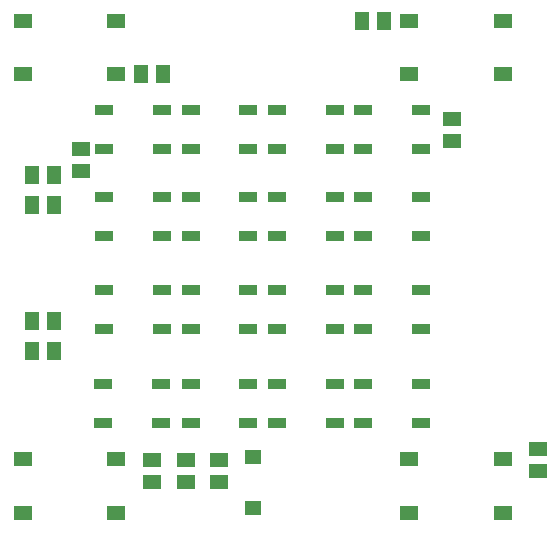
<source format=gbr>
G04 EAGLE Gerber RS-274X export*
G75*
%MOMM*%
%FSLAX34Y34*%
%LPD*%
%INSolderpaste Top*%
%IPPOS*%
%AMOC8*
5,1,8,0,0,1.08239X$1,22.5*%
G01*
%ADD10R,1.550000X1.300000*%
%ADD11R,1.300000X1.500000*%
%ADD12R,1.500000X1.300000*%
%ADD13R,1.470000X1.270000*%
%ADD14R,1.500000X0.900000*%


D10*
X26925Y-44725D03*
X106425Y-44725D03*
X26925Y275D03*
X106425Y275D03*
D11*
X34950Y-130175D03*
X53950Y-130175D03*
X127025Y-44450D03*
X146025Y-44450D03*
D12*
X390525Y-82575D03*
X390525Y-101575D03*
D11*
X34950Y-155575D03*
X53950Y-155575D03*
X34950Y-254000D03*
X53950Y-254000D03*
X34950Y-279400D03*
X53950Y-279400D03*
D10*
X433450Y275D03*
X353950Y275D03*
X433450Y-44725D03*
X353950Y-44725D03*
D11*
X333350Y0D03*
X314350Y0D03*
D10*
X353950Y-416200D03*
X433450Y-416200D03*
X353950Y-371200D03*
X433450Y-371200D03*
D12*
X463550Y-380975D03*
X463550Y-361975D03*
D10*
X26925Y-416200D03*
X106425Y-416200D03*
X26925Y-371200D03*
X106425Y-371200D03*
D12*
X136525Y-390500D03*
X136525Y-371500D03*
X193675Y-371500D03*
X193675Y-390500D03*
X165100Y-390500D03*
X165100Y-371500D03*
D13*
X222250Y-369025D03*
X222250Y-412025D03*
D12*
X76200Y-107975D03*
X76200Y-126975D03*
D14*
X145150Y-108575D03*
X145150Y-75575D03*
X96150Y-75575D03*
X96150Y-108575D03*
X218175Y-108575D03*
X218175Y-75575D03*
X169175Y-75575D03*
X169175Y-108575D03*
X291200Y-108575D03*
X291200Y-75575D03*
X242200Y-75575D03*
X242200Y-108575D03*
X364225Y-108575D03*
X364225Y-75575D03*
X315225Y-75575D03*
X315225Y-108575D03*
X315225Y-148600D03*
X315225Y-181600D03*
X364225Y-181600D03*
X364225Y-148600D03*
X242200Y-148600D03*
X242200Y-181600D03*
X291200Y-181600D03*
X291200Y-148600D03*
X169175Y-148600D03*
X169175Y-181600D03*
X218175Y-181600D03*
X218175Y-148600D03*
X96150Y-148600D03*
X96150Y-181600D03*
X145150Y-181600D03*
X145150Y-148600D03*
X95225Y-307550D03*
X95225Y-340550D03*
X144225Y-340550D03*
X144225Y-307550D03*
X169175Y-307350D03*
X169175Y-340350D03*
X218175Y-340350D03*
X218175Y-307350D03*
X242200Y-307350D03*
X242200Y-340350D03*
X291200Y-340350D03*
X291200Y-307350D03*
X315225Y-307350D03*
X315225Y-340350D03*
X364225Y-340350D03*
X364225Y-307350D03*
X364225Y-260975D03*
X364225Y-227975D03*
X315225Y-227975D03*
X315225Y-260975D03*
X291200Y-260975D03*
X291200Y-227975D03*
X242200Y-227975D03*
X242200Y-260975D03*
X218175Y-260975D03*
X218175Y-227975D03*
X169175Y-227975D03*
X169175Y-260975D03*
X145150Y-260975D03*
X145150Y-227975D03*
X96150Y-227975D03*
X96150Y-260975D03*
M02*

</source>
